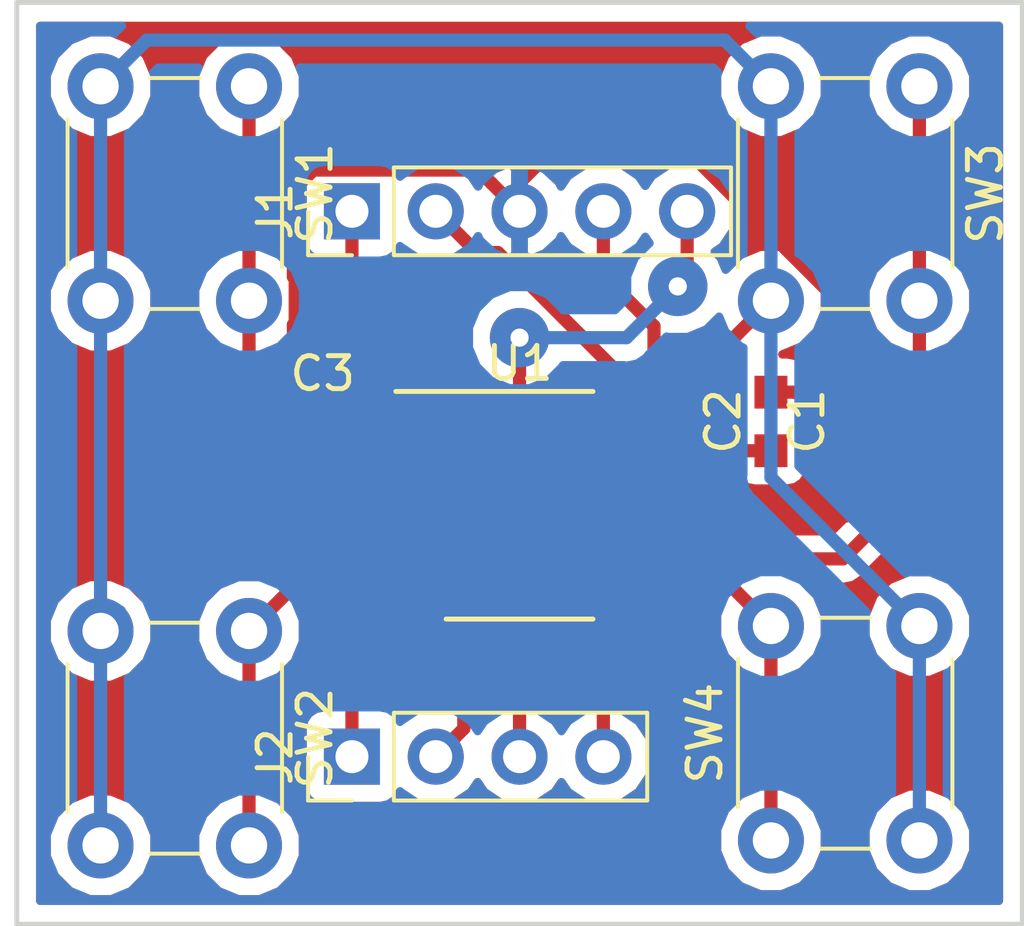
<source format=kicad_pcb>
(kicad_pcb (version 20171130) (host pcbnew "(5.0.0-rc2-dev-616-g2f5fdcf32)")

  (general
    (thickness 1.6)
    (drawings 4)
    (tracks 101)
    (zones 0)
    (modules 10)
    (nets 21)
  )

  (page A4)
  (layers
    (0 F.Cu signal)
    (31 B.Cu signal)
    (32 B.Adhes user)
    (33 F.Adhes user)
    (34 B.Paste user)
    (35 F.Paste user)
    (36 B.SilkS user)
    (37 F.SilkS user)
    (38 B.Mask user)
    (39 F.Mask user)
    (40 Dwgs.User user)
    (41 Cmts.User user)
    (42 Eco1.User user)
    (43 Eco2.User user)
    (44 Edge.Cuts user)
    (45 Margin user)
    (46 B.CrtYd user)
    (47 F.CrtYd user)
    (48 B.Fab user)
    (49 F.Fab user)
  )

  (setup
    (last_trace_width 0.4)
    (trace_clearance 0.2)
    (zone_clearance 0.508)
    (zone_45_only no)
    (trace_min 0.2)
    (segment_width 0.2)
    (edge_width 0.15)
    (via_size 1.8)
    (via_drill 0.55)
    (via_min_size 0.4)
    (via_min_drill 0.3)
    (uvia_size 0.3)
    (uvia_drill 0.1)
    (uvias_allowed no)
    (uvia_min_size 0.2)
    (uvia_min_drill 0.1)
    (pcb_text_width 0.3)
    (pcb_text_size 1.5 1.5)
    (mod_edge_width 0.15)
    (mod_text_size 1 1)
    (mod_text_width 0.15)
    (pad_size 1.524 1.524)
    (pad_drill 0.762)
    (pad_to_mask_clearance 0.2)
    (aux_axis_origin 0 0)
    (visible_elements FFFFFF7F)
    (pcbplotparams
      (layerselection 0x010fc_ffffffff)
      (usegerberextensions false)
      (usegerberattributes false)
      (usegerberadvancedattributes false)
      (creategerberjobfile false)
      (excludeedgelayer true)
      (linewidth 0.100000)
      (plotframeref false)
      (viasonmask false)
      (mode 1)
      (useauxorigin false)
      (hpglpennumber 1)
      (hpglpenspeed 20)
      (hpglpendiameter 15)
      (psnegative false)
      (psa4output false)
      (plotreference true)
      (plotvalue true)
      (plotinvisibletext false)
      (padsonsilk false)
      (subtractmaskfromsilk false)
      (outputformat 1)
      (mirror false)
      (drillshape 1)
      (scaleselection 1)
      (outputdirectory ""))
  )

  (net 0 "")
  (net 1 "Net-(U1-Pad1)")
  (net 2 VDD)
  (net 3 "Net-(U1-Pad3)")
  (net 4 GND)
  (net 5 "Net-(U1-Pad6)")
  (net 6 "Net-(U1-Pad17)")
  (net 7 "Net-(U1-Pad18)")
  (net 8 "Net-(J1-Pad2)")
  (net 9 "Net-(C1-Pad1)")
  (net 10 "Net-(U1-Pad2)")
  (net 11 "Net-(J2-Pad4)")
  (net 12 "Net-(J2-Pad3)")
  (net 13 "Net-(J1-Pad5)")
  (net 14 "Net-(J2-Pad1)")
  (net 15 "Net-(J2-Pad2)")
  (net 16 "Net-(J1-Pad4)")
  (net 17 "Net-(SW1-Pad1)")
  (net 18 "Net-(SW2-Pad1)")
  (net 19 "Net-(SW4-Pad1)")
  (net 20 "Net-(SW3-Pad1)")

  (net_class Default "This is the default net class."
    (clearance 0.2)
    (trace_width 0.4)
    (via_dia 1.8)
    (via_drill 0.55)
    (uvia_dia 0.3)
    (uvia_drill 0.1)
    (add_net GND)
    (add_net "Net-(C1-Pad1)")
    (add_net "Net-(J1-Pad2)")
    (add_net "Net-(J1-Pad4)")
    (add_net "Net-(J1-Pad5)")
    (add_net "Net-(J2-Pad1)")
    (add_net "Net-(J2-Pad2)")
    (add_net "Net-(J2-Pad3)")
    (add_net "Net-(J2-Pad4)")
    (add_net "Net-(SW1-Pad1)")
    (add_net "Net-(SW2-Pad1)")
    (add_net "Net-(SW3-Pad1)")
    (add_net "Net-(SW4-Pad1)")
    (add_net "Net-(U1-Pad1)")
    (add_net "Net-(U1-Pad17)")
    (add_net "Net-(U1-Pad18)")
    (add_net "Net-(U1-Pad2)")
    (add_net "Net-(U1-Pad3)")
    (add_net "Net-(U1-Pad6)")
    (add_net VDD)
  )

  (module Capacitor_SMD:C_0603_1608Metric_Pad0.99x1.00mm_HandSolder (layer F.Cu) (tedit 5AC5DB74) (tstamp 5AFC9CEF)
    (at 133.7325 139.7)
    (descr "Capacitor SMD 0603 (1608 Metric), square (rectangular) end terminal, IPC_7351 nominal with elongated pad for handsoldering. (Body size source: http://www.tortai-tech.com/upload/download/2011102023233369053.pdf), generated with kicad-footprint-generator")
    (tags "capacitor handsolder")
    (path /5AF03E07)
    (attr smd)
    (fp_text reference C3 (at 0 -1.45) (layer F.SilkS)
      (effects (font (size 1 1) (thickness 0.15)))
    )
    (fp_text value 10nF (at 0 1.45) (layer F.Fab)
      (effects (font (size 1 1) (thickness 0.15)))
    )
    (fp_line (start -0.8 0.4) (end -0.8 -0.4) (layer F.Fab) (width 0.1))
    (fp_line (start -0.8 -0.4) (end 0.8 -0.4) (layer F.Fab) (width 0.1))
    (fp_line (start 0.8 -0.4) (end 0.8 0.4) (layer F.Fab) (width 0.1))
    (fp_line (start 0.8 0.4) (end -0.8 0.4) (layer F.Fab) (width 0.1))
    (fp_line (start -1.64 0.75) (end -1.64 -0.75) (layer F.CrtYd) (width 0.05))
    (fp_line (start -1.64 -0.75) (end 1.64 -0.75) (layer F.CrtYd) (width 0.05))
    (fp_line (start 1.64 -0.75) (end 1.64 0.75) (layer F.CrtYd) (width 0.05))
    (fp_line (start 1.64 0.75) (end -1.64 0.75) (layer F.CrtYd) (width 0.05))
    (fp_text user %R (at 0 0) (layer F.Fab)
      (effects (font (size 0.4 0.4) (thickness 0.06)))
    )
    (pad 1 smd rect (at -0.8875 0) (size 0.995 1) (layers F.Cu F.Paste F.Mask)
      (net 4 GND))
    (pad 2 smd rect (at 0.8875 0) (size 0.995 1) (layers F.Cu F.Paste F.Mask)
      (net 2 VDD))
    (model ${KISYS3DMOD}/Capacitor_SMD.3dshapes/C_0603_1608Metric.wrl
      (at (xyz 0 0 0))
      (scale (xyz 1 1 1))
      (rotate (xyz 0 0 0))
    )
  )

  (module Button_Switch_THT:SW_PUSH_6mm (layer F.Cu) (tedit 5A02FE31) (tstamp 5AFC8E9D)
    (at 147.32 152.4 90)
    (descr https://www.omron.com/ecb/products/pdf/en-b3f.pdf)
    (tags "tact sw push 6mm")
    (path /5AF4D415)
    (fp_text reference SW4 (at 3.25 -2 90) (layer F.SilkS)
      (effects (font (size 1 1) (thickness 0.15)))
    )
    (fp_text value Btn4 (at 3.75 6.7 90) (layer F.Fab)
      (effects (font (size 1 1) (thickness 0.15)))
    )
    (fp_circle (center 3.25 2.25) (end 1.25 2.5) (layer F.Fab) (width 0.1))
    (fp_line (start 6.75 3) (end 6.75 1.5) (layer F.SilkS) (width 0.12))
    (fp_line (start 5.5 -1) (end 1 -1) (layer F.SilkS) (width 0.12))
    (fp_line (start -0.25 1.5) (end -0.25 3) (layer F.SilkS) (width 0.12))
    (fp_line (start 1 5.5) (end 5.5 5.5) (layer F.SilkS) (width 0.12))
    (fp_line (start 8 -1.25) (end 8 5.75) (layer F.CrtYd) (width 0.05))
    (fp_line (start 7.75 6) (end -1.25 6) (layer F.CrtYd) (width 0.05))
    (fp_line (start -1.5 5.75) (end -1.5 -1.25) (layer F.CrtYd) (width 0.05))
    (fp_line (start -1.25 -1.5) (end 7.75 -1.5) (layer F.CrtYd) (width 0.05))
    (fp_line (start -1.5 6) (end -1.25 6) (layer F.CrtYd) (width 0.05))
    (fp_line (start -1.5 5.75) (end -1.5 6) (layer F.CrtYd) (width 0.05))
    (fp_line (start -1.5 -1.5) (end -1.25 -1.5) (layer F.CrtYd) (width 0.05))
    (fp_line (start -1.5 -1.25) (end -1.5 -1.5) (layer F.CrtYd) (width 0.05))
    (fp_line (start 8 -1.5) (end 8 -1.25) (layer F.CrtYd) (width 0.05))
    (fp_line (start 7.75 -1.5) (end 8 -1.5) (layer F.CrtYd) (width 0.05))
    (fp_line (start 8 6) (end 8 5.75) (layer F.CrtYd) (width 0.05))
    (fp_line (start 7.75 6) (end 8 6) (layer F.CrtYd) (width 0.05))
    (fp_line (start 0.25 -0.75) (end 3.25 -0.75) (layer F.Fab) (width 0.1))
    (fp_line (start 0.25 5.25) (end 0.25 -0.75) (layer F.Fab) (width 0.1))
    (fp_line (start 6.25 5.25) (end 0.25 5.25) (layer F.Fab) (width 0.1))
    (fp_line (start 6.25 -0.75) (end 6.25 5.25) (layer F.Fab) (width 0.1))
    (fp_line (start 3.25 -0.75) (end 6.25 -0.75) (layer F.Fab) (width 0.1))
    (fp_text user %R (at 3.25 2.25 90) (layer F.Fab)
      (effects (font (size 1 1) (thickness 0.15)))
    )
    (pad 1 thru_hole circle (at 6.5 0 180) (size 2 2) (drill 1.1) (layers *.Cu *.Mask)
      (net 19 "Net-(SW4-Pad1)"))
    (pad 2 thru_hole circle (at 6.5 4.5 180) (size 2 2) (drill 1.1) (layers *.Cu *.Mask)
      (net 2 VDD))
    (pad 1 thru_hole circle (at 0 0 180) (size 2 2) (drill 1.1) (layers *.Cu *.Mask)
      (net 19 "Net-(SW4-Pad1)"))
    (pad 2 thru_hole circle (at 0 4.5 180) (size 2 2) (drill 1.1) (layers *.Cu *.Mask)
      (net 2 VDD))
    (model ${KISYS3DMOD}/Button_Switch_THT.3dshapes/SW_PUSH_6mm.wrl
      (at (xyz 0 0 0))
      (scale (xyz 1 1 1))
      (rotate (xyz 0 0 0))
    )
  )

  (module Button_Switch_THT:SW_PUSH_6mm (layer F.Cu) (tedit 5A02FE31) (tstamp 5AFC8E7E)
    (at 151.82 129.54 270)
    (descr https://www.omron.com/ecb/products/pdf/en-b3f.pdf)
    (tags "tact sw push 6mm")
    (path /5AF4D394)
    (fp_text reference SW3 (at 3.25 -2 270) (layer F.SilkS)
      (effects (font (size 1 1) (thickness 0.15)))
    )
    (fp_text value Btn3 (at 3.75 6.7 270) (layer F.Fab)
      (effects (font (size 1 1) (thickness 0.15)))
    )
    (fp_text user %R (at 3.25 2.25 270) (layer F.Fab)
      (effects (font (size 1 1) (thickness 0.15)))
    )
    (fp_line (start 3.25 -0.75) (end 6.25 -0.75) (layer F.Fab) (width 0.1))
    (fp_line (start 6.25 -0.75) (end 6.25 5.25) (layer F.Fab) (width 0.1))
    (fp_line (start 6.25 5.25) (end 0.25 5.25) (layer F.Fab) (width 0.1))
    (fp_line (start 0.25 5.25) (end 0.25 -0.75) (layer F.Fab) (width 0.1))
    (fp_line (start 0.25 -0.75) (end 3.25 -0.75) (layer F.Fab) (width 0.1))
    (fp_line (start 7.75 6) (end 8 6) (layer F.CrtYd) (width 0.05))
    (fp_line (start 8 6) (end 8 5.75) (layer F.CrtYd) (width 0.05))
    (fp_line (start 7.75 -1.5) (end 8 -1.5) (layer F.CrtYd) (width 0.05))
    (fp_line (start 8 -1.5) (end 8 -1.25) (layer F.CrtYd) (width 0.05))
    (fp_line (start -1.5 -1.25) (end -1.5 -1.5) (layer F.CrtYd) (width 0.05))
    (fp_line (start -1.5 -1.5) (end -1.25 -1.5) (layer F.CrtYd) (width 0.05))
    (fp_line (start -1.5 5.75) (end -1.5 6) (layer F.CrtYd) (width 0.05))
    (fp_line (start -1.5 6) (end -1.25 6) (layer F.CrtYd) (width 0.05))
    (fp_line (start -1.25 -1.5) (end 7.75 -1.5) (layer F.CrtYd) (width 0.05))
    (fp_line (start -1.5 5.75) (end -1.5 -1.25) (layer F.CrtYd) (width 0.05))
    (fp_line (start 7.75 6) (end -1.25 6) (layer F.CrtYd) (width 0.05))
    (fp_line (start 8 -1.25) (end 8 5.75) (layer F.CrtYd) (width 0.05))
    (fp_line (start 1 5.5) (end 5.5 5.5) (layer F.SilkS) (width 0.12))
    (fp_line (start -0.25 1.5) (end -0.25 3) (layer F.SilkS) (width 0.12))
    (fp_line (start 5.5 -1) (end 1 -1) (layer F.SilkS) (width 0.12))
    (fp_line (start 6.75 3) (end 6.75 1.5) (layer F.SilkS) (width 0.12))
    (fp_circle (center 3.25 2.25) (end 1.25 2.5) (layer F.Fab) (width 0.1))
    (pad 2 thru_hole circle (at 0 4.5) (size 2 2) (drill 1.1) (layers *.Cu *.Mask)
      (net 2 VDD))
    (pad 1 thru_hole circle (at 0 0) (size 2 2) (drill 1.1) (layers *.Cu *.Mask)
      (net 20 "Net-(SW3-Pad1)"))
    (pad 2 thru_hole circle (at 6.5 4.5) (size 2 2) (drill 1.1) (layers *.Cu *.Mask)
      (net 2 VDD))
    (pad 1 thru_hole circle (at 6.5 0) (size 2 2) (drill 1.1) (layers *.Cu *.Mask)
      (net 20 "Net-(SW3-Pad1)"))
    (model ${KISYS3DMOD}/Button_Switch_THT.3dshapes/SW_PUSH_6mm.wrl
      (at (xyz 0 0 0))
      (scale (xyz 1 1 1))
      (rotate (xyz 0 0 0))
    )
  )

  (module Button_Switch_THT:SW_PUSH_6mm (layer F.Cu) (tedit 5A02FE31) (tstamp 5AFC8E5F)
    (at 131.5 146.05 270)
    (descr https://www.omron.com/ecb/products/pdf/en-b3f.pdf)
    (tags "tact sw push 6mm")
    (path /5AF4D012)
    (fp_text reference SW2 (at 3.25 -2 270) (layer F.SilkS)
      (effects (font (size 1 1) (thickness 0.15)))
    )
    (fp_text value Btn2 (at 3.75 6.7 270) (layer F.Fab)
      (effects (font (size 1 1) (thickness 0.15)))
    )
    (fp_circle (center 3.25 2.25) (end 1.25 2.5) (layer F.Fab) (width 0.1))
    (fp_line (start 6.75 3) (end 6.75 1.5) (layer F.SilkS) (width 0.12))
    (fp_line (start 5.5 -1) (end 1 -1) (layer F.SilkS) (width 0.12))
    (fp_line (start -0.25 1.5) (end -0.25 3) (layer F.SilkS) (width 0.12))
    (fp_line (start 1 5.5) (end 5.5 5.5) (layer F.SilkS) (width 0.12))
    (fp_line (start 8 -1.25) (end 8 5.75) (layer F.CrtYd) (width 0.05))
    (fp_line (start 7.75 6) (end -1.25 6) (layer F.CrtYd) (width 0.05))
    (fp_line (start -1.5 5.75) (end -1.5 -1.25) (layer F.CrtYd) (width 0.05))
    (fp_line (start -1.25 -1.5) (end 7.75 -1.5) (layer F.CrtYd) (width 0.05))
    (fp_line (start -1.5 6) (end -1.25 6) (layer F.CrtYd) (width 0.05))
    (fp_line (start -1.5 5.75) (end -1.5 6) (layer F.CrtYd) (width 0.05))
    (fp_line (start -1.5 -1.5) (end -1.25 -1.5) (layer F.CrtYd) (width 0.05))
    (fp_line (start -1.5 -1.25) (end -1.5 -1.5) (layer F.CrtYd) (width 0.05))
    (fp_line (start 8 -1.5) (end 8 -1.25) (layer F.CrtYd) (width 0.05))
    (fp_line (start 7.75 -1.5) (end 8 -1.5) (layer F.CrtYd) (width 0.05))
    (fp_line (start 8 6) (end 8 5.75) (layer F.CrtYd) (width 0.05))
    (fp_line (start 7.75 6) (end 8 6) (layer F.CrtYd) (width 0.05))
    (fp_line (start 0.25 -0.75) (end 3.25 -0.75) (layer F.Fab) (width 0.1))
    (fp_line (start 0.25 5.25) (end 0.25 -0.75) (layer F.Fab) (width 0.1))
    (fp_line (start 6.25 5.25) (end 0.25 5.25) (layer F.Fab) (width 0.1))
    (fp_line (start 6.25 -0.75) (end 6.25 5.25) (layer F.Fab) (width 0.1))
    (fp_line (start 3.25 -0.75) (end 6.25 -0.75) (layer F.Fab) (width 0.1))
    (fp_text user %R (at 3.25 2.25 270) (layer F.Fab)
      (effects (font (size 1 1) (thickness 0.15)))
    )
    (pad 1 thru_hole circle (at 6.5 0) (size 2 2) (drill 1.1) (layers *.Cu *.Mask)
      (net 18 "Net-(SW2-Pad1)"))
    (pad 2 thru_hole circle (at 6.5 4.5) (size 2 2) (drill 1.1) (layers *.Cu *.Mask)
      (net 2 VDD))
    (pad 1 thru_hole circle (at 0 0) (size 2 2) (drill 1.1) (layers *.Cu *.Mask)
      (net 18 "Net-(SW2-Pad1)"))
    (pad 2 thru_hole circle (at 0 4.5) (size 2 2) (drill 1.1) (layers *.Cu *.Mask)
      (net 2 VDD))
    (model ${KISYS3DMOD}/Button_Switch_THT.3dshapes/SW_PUSH_6mm.wrl
      (at (xyz 0 0 0))
      (scale (xyz 1 1 1))
      (rotate (xyz 0 0 0))
    )
  )

  (module Button_Switch_THT:SW_PUSH_6mm (layer F.Cu) (tedit 5A02FE31) (tstamp 5AFC9A12)
    (at 131.5 129.54 270)
    (descr https://www.omron.com/ecb/products/pdf/en-b3f.pdf)
    (tags "tact sw push 6mm")
    (path /5AF4CEA9)
    (fp_text reference SW1 (at 3.25 -2 270) (layer F.SilkS)
      (effects (font (size 1 1) (thickness 0.15)))
    )
    (fp_text value Btn1 (at 3.75 6.7 270) (layer F.Fab)
      (effects (font (size 1 1) (thickness 0.15)))
    )
    (fp_text user %R (at 3.25 2.25 270) (layer F.Fab)
      (effects (font (size 1 1) (thickness 0.15)))
    )
    (fp_line (start 3.25 -0.75) (end 6.25 -0.75) (layer F.Fab) (width 0.1))
    (fp_line (start 6.25 -0.75) (end 6.25 5.25) (layer F.Fab) (width 0.1))
    (fp_line (start 6.25 5.25) (end 0.25 5.25) (layer F.Fab) (width 0.1))
    (fp_line (start 0.25 5.25) (end 0.25 -0.75) (layer F.Fab) (width 0.1))
    (fp_line (start 0.25 -0.75) (end 3.25 -0.75) (layer F.Fab) (width 0.1))
    (fp_line (start 7.75 6) (end 8 6) (layer F.CrtYd) (width 0.05))
    (fp_line (start 8 6) (end 8 5.75) (layer F.CrtYd) (width 0.05))
    (fp_line (start 7.75 -1.5) (end 8 -1.5) (layer F.CrtYd) (width 0.05))
    (fp_line (start 8 -1.5) (end 8 -1.25) (layer F.CrtYd) (width 0.05))
    (fp_line (start -1.5 -1.25) (end -1.5 -1.5) (layer F.CrtYd) (width 0.05))
    (fp_line (start -1.5 -1.5) (end -1.25 -1.5) (layer F.CrtYd) (width 0.05))
    (fp_line (start -1.5 5.75) (end -1.5 6) (layer F.CrtYd) (width 0.05))
    (fp_line (start -1.5 6) (end -1.25 6) (layer F.CrtYd) (width 0.05))
    (fp_line (start -1.25 -1.5) (end 7.75 -1.5) (layer F.CrtYd) (width 0.05))
    (fp_line (start -1.5 5.75) (end -1.5 -1.25) (layer F.CrtYd) (width 0.05))
    (fp_line (start 7.75 6) (end -1.25 6) (layer F.CrtYd) (width 0.05))
    (fp_line (start 8 -1.25) (end 8 5.75) (layer F.CrtYd) (width 0.05))
    (fp_line (start 1 5.5) (end 5.5 5.5) (layer F.SilkS) (width 0.12))
    (fp_line (start -0.25 1.5) (end -0.25 3) (layer F.SilkS) (width 0.12))
    (fp_line (start 5.5 -1) (end 1 -1) (layer F.SilkS) (width 0.12))
    (fp_line (start 6.75 3) (end 6.75 1.5) (layer F.SilkS) (width 0.12))
    (fp_circle (center 3.25 2.25) (end 1.25 2.5) (layer F.Fab) (width 0.1))
    (pad 2 thru_hole circle (at 0 4.5) (size 2 2) (drill 1.1) (layers *.Cu *.Mask)
      (net 2 VDD))
    (pad 1 thru_hole circle (at 0 0) (size 2 2) (drill 1.1) (layers *.Cu *.Mask)
      (net 17 "Net-(SW1-Pad1)"))
    (pad 2 thru_hole circle (at 6.5 4.5) (size 2 2) (drill 1.1) (layers *.Cu *.Mask)
      (net 2 VDD))
    (pad 1 thru_hole circle (at 6.5 0) (size 2 2) (drill 1.1) (layers *.Cu *.Mask)
      (net 17 "Net-(SW1-Pad1)"))
    (model ${KISYS3DMOD}/Button_Switch_THT.3dshapes/SW_PUSH_6mm.wrl
      (at (xyz 0 0 0))
      (scale (xyz 1 1 1))
      (rotate (xyz 0 0 0))
    )
  )

  (module Capacitor_SMD:C_0603_1608Metric_Pad0.99x1.00mm_HandSolder (layer F.Cu) (tedit 5AC5DB74) (tstamp 5AF7E97B)
    (at 147.32 139.7 90)
    (descr "Capacitor SMD 0603 (1608 Metric), square (rectangular) end terminal, IPC_7351 nominal with elongated pad for handsoldering. (Body size source: http://www.tortai-tech.com/upload/download/2011102023233369053.pdf), generated with kicad-footprint-generator")
    (tags "capacitor handsolder")
    (path /5AF03B4F)
    (attr smd)
    (fp_text reference C2 (at 0 -1.45 90) (layer F.SilkS)
      (effects (font (size 1 1) (thickness 0.15)))
    )
    (fp_text value 100nF (at 0 1.45 90) (layer F.Fab)
      (effects (font (size 1 1) (thickness 0.15)))
    )
    (fp_text user %R (at 0 0 90) (layer F.Fab)
      (effects (font (size 0.4 0.4) (thickness 0.06)))
    )
    (fp_line (start 1.64 0.75) (end -1.64 0.75) (layer F.CrtYd) (width 0.05))
    (fp_line (start 1.64 -0.75) (end 1.64 0.75) (layer F.CrtYd) (width 0.05))
    (fp_line (start -1.64 -0.75) (end 1.64 -0.75) (layer F.CrtYd) (width 0.05))
    (fp_line (start -1.64 0.75) (end -1.64 -0.75) (layer F.CrtYd) (width 0.05))
    (fp_line (start 0.8 0.4) (end -0.8 0.4) (layer F.Fab) (width 0.1))
    (fp_line (start 0.8 -0.4) (end 0.8 0.4) (layer F.Fab) (width 0.1))
    (fp_line (start -0.8 -0.4) (end 0.8 -0.4) (layer F.Fab) (width 0.1))
    (fp_line (start -0.8 0.4) (end -0.8 -0.4) (layer F.Fab) (width 0.1))
    (pad 2 smd rect (at 0.8875 0 90) (size 0.995 1) (layers F.Cu F.Paste F.Mask)
      (net 9 "Net-(C1-Pad1)"))
    (pad 1 smd rect (at -0.8875 0 90) (size 0.995 1) (layers F.Cu F.Paste F.Mask)
      (net 2 VDD))
    (model ${KISYS3DMOD}/Capacitor_SMD.3dshapes/C_0603_1608Metric.wrl
      (at (xyz 0 0 0))
      (scale (xyz 1 1 1))
      (rotate (xyz 0 0 0))
    )
  )

  (module Capacitor_SMD:C_0603_1608Metric_Pad0.99x1.00mm_HandSolder (layer F.Cu) (tedit 5AC5DB74) (tstamp 5AFC9B7C)
    (at 149.86 139.7 90)
    (descr "Capacitor SMD 0603 (1608 Metric), square (rectangular) end terminal, IPC_7351 nominal with elongated pad for handsoldering. (Body size source: http://www.tortai-tech.com/upload/download/2011102023233369053.pdf), generated with kicad-footprint-generator")
    (tags "capacitor handsolder")
    (path /5AF03BE4)
    (attr smd)
    (fp_text reference C1 (at 0 -1.45 90) (layer F.SilkS)
      (effects (font (size 1 1) (thickness 0.15)))
    )
    (fp_text value 100nF (at 0 1.45 90) (layer F.Fab)
      (effects (font (size 1 1) (thickness 0.15)))
    )
    (fp_line (start -0.8 0.4) (end -0.8 -0.4) (layer F.Fab) (width 0.1))
    (fp_line (start -0.8 -0.4) (end 0.8 -0.4) (layer F.Fab) (width 0.1))
    (fp_line (start 0.8 -0.4) (end 0.8 0.4) (layer F.Fab) (width 0.1))
    (fp_line (start 0.8 0.4) (end -0.8 0.4) (layer F.Fab) (width 0.1))
    (fp_line (start -1.64 0.75) (end -1.64 -0.75) (layer F.CrtYd) (width 0.05))
    (fp_line (start -1.64 -0.75) (end 1.64 -0.75) (layer F.CrtYd) (width 0.05))
    (fp_line (start 1.64 -0.75) (end 1.64 0.75) (layer F.CrtYd) (width 0.05))
    (fp_line (start 1.64 0.75) (end -1.64 0.75) (layer F.CrtYd) (width 0.05))
    (fp_text user %R (at 0 0 90) (layer F.Fab)
      (effects (font (size 0.4 0.4) (thickness 0.06)))
    )
    (pad 1 smd rect (at -0.8875 0 90) (size 0.995 1) (layers F.Cu F.Paste F.Mask)
      (net 9 "Net-(C1-Pad1)"))
    (pad 2 smd rect (at 0.8875 0 90) (size 0.995 1) (layers F.Cu F.Paste F.Mask)
      (net 4 GND))
    (model ${KISYS3DMOD}/Capacitor_SMD.3dshapes/C_0603_1608Metric.wrl
      (at (xyz 0 0 0))
      (scale (xyz 1 1 1))
      (rotate (xyz 0 0 0))
    )
  )

  (module Connector_PinHeader_2.54mm:PinHeader_1x04_P2.54mm_Vertical (layer F.Cu) (tedit 59FED5CC) (tstamp 5AF7E9AE)
    (at 134.62 149.86 90)
    (descr "Through hole straight pin header, 1x04, 2.54mm pitch, single row")
    (tags "Through hole pin header THT 1x04 2.54mm single row")
    (path /5AF32062)
    (fp_text reference J2 (at 0 -2.33 90) (layer F.SilkS)
      (effects (font (size 1 1) (thickness 0.15)))
    )
    (fp_text value PicoTalk (at 0 9.95 90) (layer F.Fab)
      (effects (font (size 1 1) (thickness 0.15)))
    )
    (fp_line (start -0.635 -1.27) (end 1.27 -1.27) (layer F.Fab) (width 0.1))
    (fp_line (start 1.27 -1.27) (end 1.27 8.89) (layer F.Fab) (width 0.1))
    (fp_line (start 1.27 8.89) (end -1.27 8.89) (layer F.Fab) (width 0.1))
    (fp_line (start -1.27 8.89) (end -1.27 -0.635) (layer F.Fab) (width 0.1))
    (fp_line (start -1.27 -0.635) (end -0.635 -1.27) (layer F.Fab) (width 0.1))
    (fp_line (start -1.33 8.95) (end 1.33 8.95) (layer F.SilkS) (width 0.12))
    (fp_line (start -1.33 1.27) (end -1.33 8.95) (layer F.SilkS) (width 0.12))
    (fp_line (start 1.33 1.27) (end 1.33 8.95) (layer F.SilkS) (width 0.12))
    (fp_line (start -1.33 1.27) (end 1.33 1.27) (layer F.SilkS) (width 0.12))
    (fp_line (start -1.33 0) (end -1.33 -1.33) (layer F.SilkS) (width 0.12))
    (fp_line (start -1.33 -1.33) (end 0 -1.33) (layer F.SilkS) (width 0.12))
    (fp_line (start -1.8 -1.8) (end -1.8 9.4) (layer F.CrtYd) (width 0.05))
    (fp_line (start -1.8 9.4) (end 1.8 9.4) (layer F.CrtYd) (width 0.05))
    (fp_line (start 1.8 9.4) (end 1.8 -1.8) (layer F.CrtYd) (width 0.05))
    (fp_line (start 1.8 -1.8) (end -1.8 -1.8) (layer F.CrtYd) (width 0.05))
    (fp_text user %R (at 0 3.81 180) (layer F.Fab)
      (effects (font (size 1 1) (thickness 0.15)))
    )
    (pad 1 thru_hole rect (at 0 0 90) (size 1.7 1.7) (drill 1) (layers *.Cu *.Mask)
      (net 14 "Net-(J2-Pad1)"))
    (pad 2 thru_hole oval (at 0 2.54 90) (size 1.7 1.7) (drill 1) (layers *.Cu *.Mask)
      (net 15 "Net-(J2-Pad2)"))
    (pad 3 thru_hole oval (at 0 5.08 90) (size 1.7 1.7) (drill 1) (layers *.Cu *.Mask)
      (net 12 "Net-(J2-Pad3)"))
    (pad 4 thru_hole oval (at 0 7.62 90) (size 1.7 1.7) (drill 1) (layers *.Cu *.Mask)
      (net 11 "Net-(J2-Pad4)"))
    (model ${KISYS3DMOD}/Connector_PinHeader_2.54mm.3dshapes/PinHeader_1x04_P2.54mm_Vertical.wrl
      (at (xyz 0 0 0))
      (scale (xyz 1 1 1))
      (rotate (xyz 0 0 0))
    )
  )

  (module Connector_PinHeader_2.54mm:PinHeader_1x05_P2.54mm_Vertical (layer F.Cu) (tedit 59FED5CC) (tstamp 5AF7E913)
    (at 134.62 133.33 90)
    (descr "Through hole straight pin header, 1x05, 2.54mm pitch, single row")
    (tags "Through hole pin header THT 1x05 2.54mm single row")
    (path /5AF31E07)
    (fp_text reference J1 (at 0 -2.33 90) (layer F.SilkS)
      (effects (font (size 1 1) (thickness 0.15)))
    )
    (fp_text value STM32_SWD (at 0 12.49 90) (layer F.Fab)
      (effects (font (size 1 1) (thickness 0.15)))
    )
    (fp_line (start -0.635 -1.27) (end 1.27 -1.27) (layer F.Fab) (width 0.1))
    (fp_line (start 1.27 -1.27) (end 1.27 11.43) (layer F.Fab) (width 0.1))
    (fp_line (start 1.27 11.43) (end -1.27 11.43) (layer F.Fab) (width 0.1))
    (fp_line (start -1.27 11.43) (end -1.27 -0.635) (layer F.Fab) (width 0.1))
    (fp_line (start -1.27 -0.635) (end -0.635 -1.27) (layer F.Fab) (width 0.1))
    (fp_line (start -1.33 11.49) (end 1.33 11.49) (layer F.SilkS) (width 0.12))
    (fp_line (start -1.33 1.27) (end -1.33 11.49) (layer F.SilkS) (width 0.12))
    (fp_line (start 1.33 1.27) (end 1.33 11.49) (layer F.SilkS) (width 0.12))
    (fp_line (start -1.33 1.27) (end 1.33 1.27) (layer F.SilkS) (width 0.12))
    (fp_line (start -1.33 0) (end -1.33 -1.33) (layer F.SilkS) (width 0.12))
    (fp_line (start -1.33 -1.33) (end 0 -1.33) (layer F.SilkS) (width 0.12))
    (fp_line (start -1.8 -1.8) (end -1.8 11.95) (layer F.CrtYd) (width 0.05))
    (fp_line (start -1.8 11.95) (end 1.8 11.95) (layer F.CrtYd) (width 0.05))
    (fp_line (start 1.8 11.95) (end 1.8 -1.8) (layer F.CrtYd) (width 0.05))
    (fp_line (start 1.8 -1.8) (end -1.8 -1.8) (layer F.CrtYd) (width 0.05))
    (fp_text user %R (at 0 5.08 180) (layer F.Fab)
      (effects (font (size 1 1) (thickness 0.15)))
    )
    (pad 1 thru_hole rect (at 0 0 90) (size 1.7 1.7) (drill 1) (layers *.Cu *.Mask)
      (net 2 VDD))
    (pad 2 thru_hole oval (at 0 2.54 90) (size 1.7 1.7) (drill 1) (layers *.Cu *.Mask)
      (net 8 "Net-(J1-Pad2)"))
    (pad 3 thru_hole oval (at 0 5.08 90) (size 1.7 1.7) (drill 1) (layers *.Cu *.Mask)
      (net 4 GND))
    (pad 4 thru_hole oval (at 0 7.62 90) (size 1.7 1.7) (drill 1) (layers *.Cu *.Mask)
      (net 16 "Net-(J1-Pad4)"))
    (pad 5 thru_hole oval (at 0 10.16 90) (size 1.7 1.7) (drill 1) (layers *.Cu *.Mask)
      (net 13 "Net-(J1-Pad5)"))
    (model ${KISYS3DMOD}/Connector_PinHeader_2.54mm.3dshapes/PinHeader_1x05_P2.54mm_Vertical.wrl
      (at (xyz 0 0 0))
      (scale (xyz 1 1 1))
      (rotate (xyz 0 0 0))
    )
  )

  (module Package_SO:TSSOP-20_4.4x6.5mm_P0.65mm (layer F.Cu) (tedit 5A02F25C) (tstamp 5AF7E9FF)
    (at 139.7 142.24)
    (descr "20-Lead Plastic Thin Shrink Small Outline (ST)-4.4 mm Body [TSSOP] (see Microchip Packaging Specification 00000049BS.pdf)")
    (tags "SSOP 0.65")
    (path /5AF03934)
    (attr smd)
    (fp_text reference U1 (at 0 -4.3) (layer F.SilkS)
      (effects (font (size 1 1) (thickness 0.15)))
    )
    (fp_text value STM32F030F4Px (at 0 4.3) (layer F.Fab)
      (effects (font (size 1 1) (thickness 0.15)))
    )
    (fp_line (start -1.2 -3.25) (end 2.2 -3.25) (layer F.Fab) (width 0.15))
    (fp_line (start 2.2 -3.25) (end 2.2 3.25) (layer F.Fab) (width 0.15))
    (fp_line (start 2.2 3.25) (end -2.2 3.25) (layer F.Fab) (width 0.15))
    (fp_line (start -2.2 3.25) (end -2.2 -2.25) (layer F.Fab) (width 0.15))
    (fp_line (start -2.2 -2.25) (end -1.2 -3.25) (layer F.Fab) (width 0.15))
    (fp_line (start -3.95 -3.55) (end -3.95 3.55) (layer F.CrtYd) (width 0.05))
    (fp_line (start 3.95 -3.55) (end 3.95 3.55) (layer F.CrtYd) (width 0.05))
    (fp_line (start -3.95 -3.55) (end 3.95 -3.55) (layer F.CrtYd) (width 0.05))
    (fp_line (start -3.95 3.55) (end 3.95 3.55) (layer F.CrtYd) (width 0.05))
    (fp_line (start -2.225 3.45) (end 2.225 3.45) (layer F.SilkS) (width 0.15))
    (fp_line (start -3.75 -3.45) (end 2.225 -3.45) (layer F.SilkS) (width 0.15))
    (fp_text user %R (at 0 0) (layer F.Fab)
      (effects (font (size 0.8 0.8) (thickness 0.15)))
    )
    (pad 1 smd rect (at -2.95 -2.925) (size 1.45 0.45) (layers F.Cu F.Paste F.Mask)
      (net 1 "Net-(U1-Pad1)"))
    (pad 2 smd rect (at -2.95 -2.275) (size 1.45 0.45) (layers F.Cu F.Paste F.Mask)
      (net 10 "Net-(U1-Pad2)"))
    (pad 3 smd rect (at -2.95 -1.625) (size 1.45 0.45) (layers F.Cu F.Paste F.Mask)
      (net 3 "Net-(U1-Pad3)"))
    (pad 4 smd rect (at -2.95 -0.975) (size 1.45 0.45) (layers F.Cu F.Paste F.Mask)
      (net 13 "Net-(J1-Pad5)"))
    (pad 5 smd rect (at -2.95 -0.325) (size 1.45 0.45) (layers F.Cu F.Paste F.Mask)
      (net 2 VDD))
    (pad 6 smd rect (at -2.95 0.325) (size 1.45 0.45) (layers F.Cu F.Paste F.Mask)
      (net 5 "Net-(U1-Pad6)"))
    (pad 7 smd rect (at -2.95 0.975) (size 1.45 0.45) (layers F.Cu F.Paste F.Mask)
      (net 15 "Net-(J2-Pad2)"))
    (pad 8 smd rect (at -2.95 1.625) (size 1.45 0.45) (layers F.Cu F.Paste F.Mask)
      (net 17 "Net-(SW1-Pad1)"))
    (pad 9 smd rect (at -2.95 2.275) (size 1.45 0.45) (layers F.Cu F.Paste F.Mask)
      (net 18 "Net-(SW2-Pad1)"))
    (pad 10 smd rect (at -2.95 2.925) (size 1.45 0.45) (layers F.Cu F.Paste F.Mask)
      (net 14 "Net-(J2-Pad1)"))
    (pad 11 smd rect (at 2.95 2.925) (size 1.45 0.45) (layers F.Cu F.Paste F.Mask)
      (net 11 "Net-(J2-Pad4)"))
    (pad 12 smd rect (at 2.95 2.275) (size 1.45 0.45) (layers F.Cu F.Paste F.Mask)
      (net 19 "Net-(SW4-Pad1)"))
    (pad 13 smd rect (at 2.95 1.625) (size 1.45 0.45) (layers F.Cu F.Paste F.Mask)
      (net 20 "Net-(SW3-Pad1)"))
    (pad 14 smd rect (at 2.95 0.975) (size 1.45 0.45) (layers F.Cu F.Paste F.Mask)
      (net 12 "Net-(J2-Pad3)"))
    (pad 15 smd rect (at 2.95 0.325) (size 1.45 0.45) (layers F.Cu F.Paste F.Mask)
      (net 4 GND))
    (pad 16 smd rect (at 2.95 -0.325) (size 1.45 0.45) (layers F.Cu F.Paste F.Mask)
      (net 2 VDD))
    (pad 17 smd rect (at 2.95 -0.975) (size 1.45 0.45) (layers F.Cu F.Paste F.Mask)
      (net 6 "Net-(U1-Pad17)"))
    (pad 18 smd rect (at 2.95 -1.625) (size 1.45 0.45) (layers F.Cu F.Paste F.Mask)
      (net 7 "Net-(U1-Pad18)"))
    (pad 19 smd rect (at 2.95 -2.275) (size 1.45 0.45) (layers F.Cu F.Paste F.Mask)
      (net 16 "Net-(J1-Pad4)"))
    (pad 20 smd rect (at 2.95 -2.925) (size 1.45 0.45) (layers F.Cu F.Paste F.Mask)
      (net 8 "Net-(J1-Pad2)"))
    (model ${KISYS3DMOD}/Package_SO.3dshapes/TSSOP-20_4.4x6.5mm_P0.65mm.wrl
      (at (xyz 0 0 0))
      (scale (xyz 1 1 1))
      (rotate (xyz 0 0 0))
    )
  )

  (gr_line (start 124.46 154.94) (end 124.46 127) (layer Edge.Cuts) (width 0.15))
  (gr_line (start 154.94 154.94) (end 124.46 154.94) (layer Edge.Cuts) (width 0.15))
  (gr_line (start 154.94 127) (end 154.94 154.94) (layer Edge.Cuts) (width 0.15))
  (gr_line (start 124.46 127) (end 154.94 127) (layer Edge.Cuts) (width 0.15))

  (segment (start 136.75 141.915) (end 142.65 141.915) (width 0.4) (layer F.Cu) (net 2))
  (segment (start 142.65 141.890001) (end 142.65 141.915) (width 0.4) (layer F.Cu) (net 2))
  (segment (start 127.58 145.47) (end 127 146.05) (width 0.4) (layer B.Cu) (net 2))
  (segment (start 127 152.55) (end 127 146.05) (width 0.4) (layer B.Cu) (net 2))
  (segment (start 145.0925 141.915) (end 143.775 141.915) (width 0.4) (layer F.Cu) (net 2))
  (segment (start 143.775 141.915) (end 142.65 141.915) (width 0.4) (layer F.Cu) (net 2))
  (segment (start 146.42 140.5875) (end 145.0925 141.915) (width 0.4) (layer F.Cu) (net 2))
  (segment (start 147.32 140.5875) (end 146.42 140.5875) (width 0.4) (layer F.Cu) (net 2))
  (segment (start 147.32 129.54) (end 147.32 136.04) (width 0.4) (layer B.Cu) (net 2))
  (segment (start 147.32 141.4) (end 151.82 145.9) (width 0.4) (layer B.Cu) (net 2))
  (segment (start 147.32 136.04) (end 147.32 141.4) (width 0.4) (layer B.Cu) (net 2))
  (segment (start 151.82 147.314213) (end 151.82 152.4) (width 0.4) (layer B.Cu) (net 2))
  (segment (start 151.82 145.9) (end 151.82 147.314213) (width 0.4) (layer B.Cu) (net 2))
  (segment (start 127 136.04) (end 127 146.05) (width 0.4) (layer B.Cu) (net 2))
  (segment (start 128.400001 128.139999) (end 127 129.54) (width 0.4) (layer B.Cu) (net 2))
  (segment (start 147.32 129.54) (end 145.919999 128.139999) (width 0.4) (layer B.Cu) (net 2))
  (segment (start 145.919999 128.139999) (end 128.400001 128.139999) (width 0.4) (layer B.Cu) (net 2))
  (segment (start 127 129.54) (end 127 136.04) (width 0.4) (layer B.Cu) (net 2))
  (segment (start 144.78 138.58) (end 147.32 136.04) (width 0.4) (layer F.Cu) (net 2))
  (segment (start 143.775 141.915) (end 144.78 140.91) (width 0.4) (layer F.Cu) (net 2))
  (segment (start 144.78 140.91) (end 144.78 138.58) (width 0.4) (layer F.Cu) (net 2))
  (segment (start 135.625 141.915) (end 136.75 141.915) (width 0.4) (layer F.Cu) (net 2))
  (segment (start 134.62 140.91) (end 135.625 141.915) (width 0.4) (layer F.Cu) (net 2))
  (segment (start 134.62 139.7) (end 134.62 140.91) (width 0.4) (layer F.Cu) (net 2))
  (segment (start 134.62 139.7) (end 134.62 133.33) (width 0.4) (layer F.Cu) (net 2))
  (segment (start 139.7 132.4625) (end 141.3525 130.81) (width 0.4) (layer F.Cu) (net 4) (tstamp 5AFC9935))
  (segment (start 139.7 133.33) (end 139.7 132.4625) (width 0.4) (layer F.Cu) (net 4))
  (segment (start 144.110002 130.81) (end 141.3525 130.81) (width 0.4) (layer F.Cu) (net 4))
  (segment (start 149.86 136.559998) (end 144.110002 130.81) (width 0.4) (layer F.Cu) (net 4))
  (segment (start 149.86 138.8125) (end 149.86 136.559998) (width 0.4) (layer F.Cu) (net 4))
  (segment (start 149.600002 142.565) (end 143.775 142.565) (width 0.4) (layer F.Cu) (net 4))
  (segment (start 151.13 141.035002) (end 149.600002 142.565) (width 0.4) (layer F.Cu) (net 4))
  (segment (start 151.13 139.1825) (end 151.13 141.035002) (width 0.4) (layer F.Cu) (net 4))
  (segment (start 150.76 138.8125) (end 151.13 139.1825) (width 0.4) (layer F.Cu) (net 4))
  (segment (start 143.775 142.565) (end 142.65 142.565) (width 0.4) (layer F.Cu) (net 4))
  (segment (start 149.86 138.8125) (end 150.76 138.8125) (width 0.4) (layer F.Cu) (net 4))
  (segment (start 138.850001 132.480001) (end 139.7 133.33) (width 0.4) (layer F.Cu) (net 4))
  (segment (start 133.449999 132.079999) (end 138.449999 132.079999) (width 0.4) (layer F.Cu) (net 4))
  (segment (start 132.845 136.767002) (end 132.900001 136.712001) (width 0.4) (layer F.Cu) (net 4))
  (segment (start 132.845 132.684998) (end 133.449999 132.079999) (width 0.4) (layer F.Cu) (net 4))
  (segment (start 132.845 139.7) (end 132.845 136.767002) (width 0.4) (layer F.Cu) (net 4))
  (segment (start 132.900001 136.712001) (end 132.900001 135.367999) (width 0.4) (layer F.Cu) (net 4))
  (segment (start 138.449999 132.079999) (end 138.850001 132.480001) (width 0.4) (layer F.Cu) (net 4))
  (segment (start 132.900001 135.367999) (end 132.845 135.312998) (width 0.4) (layer F.Cu) (net 4))
  (segment (start 132.845 135.312998) (end 132.845 132.684998) (width 0.4) (layer F.Cu) (net 4))
  (segment (start 142.65 138.69) (end 142.65 139.315) (width 0.4) (layer F.Cu) (net 8))
  (segment (start 139.044003 134.580001) (end 142.65 138.185998) (width 0.4) (layer F.Cu) (net 8))
  (segment (start 142.65 138.185998) (end 142.65 138.69) (width 0.4) (layer F.Cu) (net 8))
  (segment (start 138.410001 134.580001) (end 139.044003 134.580001) (width 0.4) (layer F.Cu) (net 8))
  (segment (start 137.16 133.33) (end 138.410001 134.580001) (width 0.4) (layer F.Cu) (net 8))
  (segment (start 148.085 138.8125) (end 149.86 140.5875) (width 0.4) (layer F.Cu) (net 9))
  (segment (start 147.32 138.8125) (end 148.085 138.8125) (width 0.4) (layer F.Cu) (net 9))
  (segment (start 142.24 148.657919) (end 142.24 149.86) (width 0.4) (layer F.Cu) (net 11))
  (segment (start 142.24 145.55) (end 142.24 148.657919) (width 0.4) (layer F.Cu) (net 11))
  (segment (start 142.625 145.165) (end 142.24 145.55) (width 0.4) (layer F.Cu) (net 11))
  (segment (start 142.65 145.165) (end 142.625 145.165) (width 0.4) (layer F.Cu) (net 11))
  (segment (start 139.7 148.657919) (end 139.7 149.86) (width 0.4) (layer F.Cu) (net 12))
  (segment (start 139.7 145.04) (end 139.7 148.657919) (width 0.4) (layer F.Cu) (net 12))
  (segment (start 141.525 143.215) (end 139.7 145.04) (width 0.4) (layer F.Cu) (net 12))
  (segment (start 142.65 143.215) (end 141.525 143.215) (width 0.4) (layer F.Cu) (net 12))
  (segment (start 136.75 141.265) (end 137.875 141.265) (width 0.4) (layer F.Cu) (net 13))
  (segment (start 137.875 141.265) (end 139.7 139.44) (width 0.4) (layer F.Cu) (net 13))
  (segment (start 139.7 138.432792) (end 139.7 137.16) (width 0.4) (layer F.Cu) (net 13))
  (via (at 139.7 137.16) (size 1.8) (drill 0.55) (layers F.Cu B.Cu) (net 13))
  (segment (start 139.7 139.44) (end 139.7 138.432792) (width 0.4) (layer F.Cu) (net 13))
  (segment (start 139.7 137.16) (end 142.941508 137.16) (width 0.4) (layer B.Cu) (net 13))
  (segment (start 142.941508 137.16) (end 143.5957 136.505808) (width 0.4) (layer B.Cu) (net 13))
  (segment (start 144.78 135.321508) (end 144.495699 135.605809) (width 0.4) (layer F.Cu) (net 13))
  (segment (start 143.5957 136.505808) (end 144.495699 135.605809) (width 0.4) (layer B.Cu) (net 13))
  (via (at 144.495699 135.605809) (size 1.8) (drill 0.55) (layers F.Cu B.Cu) (net 13))
  (segment (start 144.78 133.33) (end 144.78 135.321508) (width 0.4) (layer F.Cu) (net 13))
  (segment (start 134.62 148.61) (end 134.62 149.86) (width 0.4) (layer F.Cu) (net 14))
  (segment (start 134.62 146.795) (end 134.62 148.61) (width 0.4) (layer F.Cu) (net 14))
  (segment (start 136.25 145.165) (end 134.62 146.795) (width 0.4) (layer F.Cu) (net 14))
  (segment (start 136.75 145.165) (end 136.25 145.165) (width 0.4) (layer F.Cu) (net 14))
  (segment (start 138.009999 149.010001) (end 137.16 149.86) (width 0.4) (layer F.Cu) (net 15))
  (segment (start 138.009999 143.349999) (end 138.009999 149.010001) (width 0.4) (layer F.Cu) (net 15))
  (segment (start 137.875001 143.215001) (end 138.009999 143.349999) (width 0.4) (layer F.Cu) (net 15))
  (segment (start 136.75 143.215) (end 137.875001 143.215001) (width 0.4) (layer F.Cu) (net 15))
  (segment (start 143.775 139.856458) (end 143.666458 139.965) (width 0.4) (layer F.Cu) (net 16))
  (segment (start 143.666458 139.965) (end 142.65 139.965) (width 0.4) (layer F.Cu) (net 16))
  (segment (start 142.24 133.33) (end 142.24 135.274002) (width 0.4) (layer F.Cu) (net 16))
  (segment (start 143.775001 136.809003) (end 143.775 139.856458) (width 0.4) (layer F.Cu) (net 16))
  (segment (start 142.24 135.274002) (end 143.775001 136.809003) (width 0.4) (layer F.Cu) (net 16))
  (segment (start 131.5 140.455002) (end 131.5 137.454213) (width 0.4) (layer F.Cu) (net 17))
  (segment (start 134.909998 143.865) (end 131.5 140.455002) (width 0.4) (layer F.Cu) (net 17))
  (segment (start 131.5 137.454213) (end 131.5 136.04) (width 0.4) (layer F.Cu) (net 17))
  (segment (start 136.75 143.865) (end 134.909998 143.865) (width 0.4) (layer F.Cu) (net 17))
  (segment (start 131.5 134.625787) (end 131.5 129.54) (width 0.4) (layer F.Cu) (net 17))
  (segment (start 131.5 136.04) (end 131.5 134.625787) (width 0.4) (layer F.Cu) (net 17))
  (segment (start 133.035 144.515) (end 131.5 146.05) (width 0.4) (layer F.Cu) (net 18))
  (segment (start 136.75 144.515) (end 133.035 144.515) (width 0.4) (layer F.Cu) (net 18))
  (segment (start 131.5 146.05) (end 131.5 152.55) (width 0.4) (layer F.Cu) (net 18))
  (segment (start 145.935 144.515) (end 142.65 144.515) (width 0.4) (layer F.Cu) (net 19))
  (segment (start 147.32 145.9) (end 145.935 144.515) (width 0.4) (layer F.Cu) (net 19))
  (segment (start 147.32 145.9) (end 147.32 152.4) (width 0.4) (layer F.Cu) (net 19))
  (segment (start 151.82 141.55) (end 151.82 136.04) (width 0.4) (layer F.Cu) (net 20))
  (segment (start 142.65 143.865) (end 149.505 143.865) (width 0.4) (layer F.Cu) (net 20))
  (segment (start 149.505 143.865) (end 151.82 141.55) (width 0.4) (layer F.Cu) (net 20))
  (segment (start 151.82 134.625787) (end 151.82 129.54) (width 0.4) (layer F.Cu) (net 20))
  (segment (start 151.82 136.04) (end 151.82 134.625787) (width 0.4) (layer F.Cu) (net 20))

  (zone (net 4) (net_name GND) (layer F.Cu) (tstamp 5AFA3537) (hatch edge 0.508)
    (connect_pads (clearance 0.508))
    (min_thickness 0.254)
    (fill yes (arc_segments 16) (thermal_gap 0.508) (thermal_bridge_width 0.508))
    (polygon
      (pts
        (xy 124.46 127) (xy 154.94 127) (xy 154.94 154.94) (xy 124.46 154.94)
      )
    )
    (filled_polygon
      (pts
        (xy 154.230001 154.23) (xy 125.17 154.23) (xy 125.17 152.224778) (xy 125.365 152.224778) (xy 125.365 152.875222)
        (xy 125.613914 153.476153) (xy 126.073847 153.936086) (xy 126.674778 154.185) (xy 127.325222 154.185) (xy 127.926153 153.936086)
        (xy 128.386086 153.476153) (xy 128.635 152.875222) (xy 128.635 152.224778) (xy 128.386086 151.623847) (xy 127.926153 151.163914)
        (xy 127.325222 150.915) (xy 126.674778 150.915) (xy 126.073847 151.163914) (xy 125.613914 151.623847) (xy 125.365 152.224778)
        (xy 125.17 152.224778) (xy 125.17 145.724778) (xy 125.365 145.724778) (xy 125.365 146.375222) (xy 125.613914 146.976153)
        (xy 126.073847 147.436086) (xy 126.674778 147.685) (xy 127.325222 147.685) (xy 127.926153 147.436086) (xy 128.386086 146.976153)
        (xy 128.635 146.375222) (xy 128.635 145.724778) (xy 128.386086 145.123847) (xy 127.926153 144.663914) (xy 127.325222 144.415)
        (xy 126.674778 144.415) (xy 126.073847 144.663914) (xy 125.613914 145.123847) (xy 125.365 145.724778) (xy 125.17 145.724778)
        (xy 125.17 135.714778) (xy 125.365 135.714778) (xy 125.365 136.365222) (xy 125.613914 136.966153) (xy 126.073847 137.426086)
        (xy 126.674778 137.675) (xy 127.325222 137.675) (xy 127.926153 137.426086) (xy 128.386086 136.966153) (xy 128.635 136.365222)
        (xy 128.635 135.714778) (xy 128.386086 135.113847) (xy 127.926153 134.653914) (xy 127.325222 134.405) (xy 126.674778 134.405)
        (xy 126.073847 134.653914) (xy 125.613914 135.113847) (xy 125.365 135.714778) (xy 125.17 135.714778) (xy 125.17 129.214778)
        (xy 125.365 129.214778) (xy 125.365 129.865222) (xy 125.613914 130.466153) (xy 126.073847 130.926086) (xy 126.674778 131.175)
        (xy 127.325222 131.175) (xy 127.926153 130.926086) (xy 128.386086 130.466153) (xy 128.635 129.865222) (xy 128.635 129.214778)
        (xy 129.865 129.214778) (xy 129.865 129.865222) (xy 130.113914 130.466153) (xy 130.573847 130.926086) (xy 130.665001 130.963843)
        (xy 130.665 134.616157) (xy 130.573847 134.653914) (xy 130.113914 135.113847) (xy 129.865 135.714778) (xy 129.865 136.365222)
        (xy 130.113914 136.966153) (xy 130.573847 137.426086) (xy 130.665 137.463843) (xy 130.665 137.536449) (xy 130.665001 137.536454)
        (xy 130.665 140.372769) (xy 130.648643 140.455002) (xy 130.665 140.537235) (xy 130.665 140.537238) (xy 130.713448 140.780802)
        (xy 130.897999 141.057003) (xy 130.96772 141.103589) (xy 133.544129 143.68) (xy 133.117237 143.68) (xy 133.035 143.663642)
        (xy 132.952763 143.68) (xy 132.709199 143.728448) (xy 132.432999 143.912999) (xy 132.386415 143.982717) (xy 131.916375 144.452757)
        (xy 131.825222 144.415) (xy 131.174778 144.415) (xy 130.573847 144.663914) (xy 130.113914 145.123847) (xy 129.865 145.724778)
        (xy 129.865 146.375222) (xy 130.113914 146.976153) (xy 130.573847 147.436086) (xy 130.665 147.473843) (xy 130.665001 151.126157)
        (xy 130.573847 151.163914) (xy 130.113914 151.623847) (xy 129.865 152.224778) (xy 129.865 152.875222) (xy 130.113914 153.476153)
        (xy 130.573847 153.936086) (xy 131.174778 154.185) (xy 131.825222 154.185) (xy 132.426153 153.936086) (xy 132.886086 153.476153)
        (xy 133.135 152.875222) (xy 133.135 152.224778) (xy 132.886086 151.623847) (xy 132.426153 151.163914) (xy 132.335 151.126157)
        (xy 132.335 147.473843) (xy 132.426153 147.436086) (xy 132.886086 146.976153) (xy 133.135 146.375222) (xy 133.135 145.724778)
        (xy 133.097243 145.633625) (xy 133.380868 145.35) (xy 134.884132 145.35) (xy 134.08772 146.146413) (xy 134.017999 146.192999)
        (xy 133.833448 146.4692) (xy 133.785 146.712764) (xy 133.785 146.712767) (xy 133.768643 146.795) (xy 133.785 146.877233)
        (xy 133.785001 148.36256) (xy 133.77 148.36256) (xy 133.522235 148.411843) (xy 133.312191 148.552191) (xy 133.171843 148.762235)
        (xy 133.12256 149.01) (xy 133.12256 150.71) (xy 133.171843 150.957765) (xy 133.312191 151.167809) (xy 133.522235 151.308157)
        (xy 133.77 151.35744) (xy 135.47 151.35744) (xy 135.717765 151.308157) (xy 135.927809 151.167809) (xy 136.068157 150.957765)
        (xy 136.077184 150.912381) (xy 136.089375 150.930625) (xy 136.580582 151.258839) (xy 137.013744 151.345) (xy 137.306256 151.345)
        (xy 137.739418 151.258839) (xy 138.230625 150.930625) (xy 138.43 150.632239) (xy 138.629375 150.930625) (xy 139.120582 151.258839)
        (xy 139.553744 151.345) (xy 139.846256 151.345) (xy 140.279418 151.258839) (xy 140.770625 150.930625) (xy 140.97 150.632239)
        (xy 141.169375 150.930625) (xy 141.660582 151.258839) (xy 142.093744 151.345) (xy 142.386256 151.345) (xy 142.819418 151.258839)
        (xy 143.310625 150.930625) (xy 143.638839 150.439418) (xy 143.754092 149.86) (xy 143.638839 149.280582) (xy 143.310625 148.789375)
        (xy 143.075 148.631935) (xy 143.075 146.03744) (xy 143.375 146.03744) (xy 143.622765 145.988157) (xy 143.832809 145.847809)
        (xy 143.973157 145.637765) (xy 144.02244 145.39) (xy 144.02244 145.35) (xy 145.589133 145.35) (xy 145.722757 145.483624)
        (xy 145.685 145.574778) (xy 145.685 146.225222) (xy 145.933914 146.826153) (xy 146.393847 147.286086) (xy 146.485 147.323843)
        (xy 146.485001 150.976157) (xy 146.393847 151.013914) (xy 145.933914 151.473847) (xy 145.685 152.074778) (xy 145.685 152.725222)
        (xy 145.933914 153.326153) (xy 146.393847 153.786086) (xy 146.994778 154.035) (xy 147.645222 154.035) (xy 148.246153 153.786086)
        (xy 148.706086 153.326153) (xy 148.955 152.725222) (xy 148.955 152.074778) (xy 150.185 152.074778) (xy 150.185 152.725222)
        (xy 150.433914 153.326153) (xy 150.893847 153.786086) (xy 151.494778 154.035) (xy 152.145222 154.035) (xy 152.746153 153.786086)
        (xy 153.206086 153.326153) (xy 153.455 152.725222) (xy 153.455 152.074778) (xy 153.206086 151.473847) (xy 152.746153 151.013914)
        (xy 152.145222 150.765) (xy 151.494778 150.765) (xy 150.893847 151.013914) (xy 150.433914 151.473847) (xy 150.185 152.074778)
        (xy 148.955 152.074778) (xy 148.706086 151.473847) (xy 148.246153 151.013914) (xy 148.155 150.976157) (xy 148.155 147.323843)
        (xy 148.246153 147.286086) (xy 148.706086 146.826153) (xy 148.955 146.225222) (xy 148.955 145.574778) (xy 150.185 145.574778)
        (xy 150.185 146.225222) (xy 150.433914 146.826153) (xy 150.893847 147.286086) (xy 151.494778 147.535) (xy 152.145222 147.535)
        (xy 152.746153 147.286086) (xy 153.206086 146.826153) (xy 153.455 146.225222) (xy 153.455 145.574778) (xy 153.206086 144.973847)
        (xy 152.746153 144.513914) (xy 152.145222 144.265) (xy 151.494778 144.265) (xy 150.893847 144.513914) (xy 150.433914 144.973847)
        (xy 150.185 145.574778) (xy 148.955 145.574778) (xy 148.706086 144.973847) (xy 148.432239 144.7) (xy 149.422767 144.7)
        (xy 149.505 144.716357) (xy 149.587233 144.7) (xy 149.587237 144.7) (xy 149.830801 144.651552) (xy 150.107001 144.467001)
        (xy 150.153587 144.39728) (xy 152.352286 142.198583) (xy 152.422001 142.152001) (xy 152.606552 141.875801) (xy 152.655 141.632237)
        (xy 152.655 141.632234) (xy 152.671357 141.550001) (xy 152.655 141.467768) (xy 152.655 137.463843) (xy 152.746153 137.426086)
        (xy 153.206086 136.966153) (xy 153.455 136.365222) (xy 153.455 135.714778) (xy 153.206086 135.113847) (xy 152.746153 134.653914)
        (xy 152.655 134.616157) (xy 152.655 130.963843) (xy 152.746153 130.926086) (xy 153.206086 130.466153) (xy 153.455 129.865222)
        (xy 153.455 129.214778) (xy 153.206086 128.613847) (xy 152.746153 128.153914) (xy 152.145222 127.905) (xy 151.494778 127.905)
        (xy 150.893847 128.153914) (xy 150.433914 128.613847) (xy 150.185 129.214778) (xy 150.185 129.865222) (xy 150.433914 130.466153)
        (xy 150.893847 130.926086) (xy 150.985001 130.963843) (xy 150.985 134.616157) (xy 150.893847 134.653914) (xy 150.433914 135.113847)
        (xy 150.185 135.714778) (xy 150.185 136.365222) (xy 150.433914 136.966153) (xy 150.893847 137.426086) (xy 150.985001 137.463843)
        (xy 150.985001 138.16455) (xy 150.898327 137.955302) (xy 150.719699 137.776673) (xy 150.48631 137.68) (xy 150.14575 137.68)
        (xy 149.987 137.83875) (xy 149.987 138.6855) (xy 150.007 138.6855) (xy 150.007 138.9395) (xy 149.987 138.9395)
        (xy 149.987 138.9595) (xy 149.733 138.9595) (xy 149.733 138.9395) (xy 149.713 138.9395) (xy 149.713 138.6855)
        (xy 149.733 138.6855) (xy 149.733 137.83875) (xy 149.57425 137.68) (xy 149.23369 137.68) (xy 149.000301 137.776673)
        (xy 148.821673 137.955302) (xy 148.725 138.188691) (xy 148.725 138.267369) (xy 148.687001 138.210499) (xy 148.410801 138.025948)
        (xy 148.387469 138.021307) (xy 148.277809 137.857191) (xy 148.067765 137.716843) (xy 147.82 137.66756) (xy 147.663184 137.66756)
        (xy 148.246153 137.426086) (xy 148.706086 136.966153) (xy 148.955 136.365222) (xy 148.955 135.714778) (xy 148.706086 135.113847)
        (xy 148.246153 134.653914) (xy 147.645222 134.405) (xy 146.994778 134.405) (xy 146.393847 134.653914) (xy 145.947688 135.100073)
        (xy 145.797009 134.736302) (xy 145.617261 134.556554) (xy 145.850625 134.400625) (xy 146.178839 133.909418) (xy 146.294092 133.33)
        (xy 146.178839 132.750582) (xy 145.850625 132.259375) (xy 145.359418 131.931161) (xy 144.926256 131.845) (xy 144.633744 131.845)
        (xy 144.200582 131.931161) (xy 143.709375 132.259375) (xy 143.51 132.557761) (xy 143.310625 132.259375) (xy 142.819418 131.931161)
        (xy 142.386256 131.845) (xy 142.093744 131.845) (xy 141.660582 131.931161) (xy 141.169375 132.259375) (xy 140.956157 132.578478)
        (xy 140.895183 132.448642) (xy 140.466924 132.058355) (xy 140.05689 131.888524) (xy 139.827 132.009845) (xy 139.827 133.203)
        (xy 139.847 133.203) (xy 139.847 133.457) (xy 139.827 133.457) (xy 139.827 133.477) (xy 139.573 133.477)
        (xy 139.573 133.457) (xy 139.553 133.457) (xy 139.553 133.203) (xy 139.573 133.203) (xy 139.573 132.009845)
        (xy 139.34311 131.888524) (xy 138.933076 132.058355) (xy 138.504817 132.448642) (xy 138.443843 132.578478) (xy 138.230625 132.259375)
        (xy 137.739418 131.931161) (xy 137.306256 131.845) (xy 137.013744 131.845) (xy 136.580582 131.931161) (xy 136.089375 132.259375)
        (xy 136.077184 132.277619) (xy 136.068157 132.232235) (xy 135.927809 132.022191) (xy 135.717765 131.881843) (xy 135.47 131.83256)
        (xy 133.77 131.83256) (xy 133.522235 131.881843) (xy 133.312191 132.022191) (xy 133.171843 132.232235) (xy 133.12256 132.48)
        (xy 133.12256 134.18) (xy 133.171843 134.427765) (xy 133.312191 134.637809) (xy 133.522235 134.778157) (xy 133.77 134.82744)
        (xy 133.785001 134.82744) (xy 133.785 138.661802) (xy 133.735442 138.694917) (xy 133.702198 138.661673) (xy 133.468809 138.565)
        (xy 133.13075 138.565) (xy 132.972 138.72375) (xy 132.972 139.573) (xy 132.992 139.573) (xy 132.992 139.827)
        (xy 132.972 139.827) (xy 132.972 139.847) (xy 132.718 139.847) (xy 132.718 139.827) (xy 132.698 139.827)
        (xy 132.698 139.573) (xy 132.718 139.573) (xy 132.718 138.72375) (xy 132.55925 138.565) (xy 132.335 138.565)
        (xy 132.335 137.463843) (xy 132.426153 137.426086) (xy 132.886086 136.966153) (xy 133.135 136.365222) (xy 133.135 135.714778)
        (xy 132.886086 135.113847) (xy 132.426153 134.653914) (xy 132.335 134.616157) (xy 132.335 130.963843) (xy 132.426153 130.926086)
        (xy 132.886086 130.466153) (xy 133.135 129.865222) (xy 133.135 129.214778) (xy 145.685 129.214778) (xy 145.685 129.865222)
        (xy 145.933914 130.466153) (xy 146.393847 130.926086) (xy 146.994778 131.175) (xy 147.645222 131.175) (xy 148.246153 130.926086)
        (xy 148.706086 130.466153) (xy 148.955 129.865222) (xy 148.955 129.214778) (xy 148.706086 128.613847) (xy 148.246153 128.153914)
        (xy 147.645222 127.905) (xy 146.994778 127.905) (xy 146.393847 128.153914) (xy 145.933914 128.613847) (xy 145.685 129.214778)
        (xy 133.135 129.214778) (xy 132.886086 128.613847) (xy 132.426153 128.153914) (xy 131.825222 127.905) (xy 131.174778 127.905)
        (xy 130.573847 128.153914) (xy 130.113914 128.613847) (xy 129.865 129.214778) (xy 128.635 129.214778) (xy 128.386086 128.613847)
        (xy 127.926153 128.153914) (xy 127.325222 127.905) (xy 126.674778 127.905) (xy 126.073847 128.153914) (xy 125.613914 128.613847)
        (xy 125.365 129.214778) (xy 125.17 129.214778) (xy 125.17 127.71) (xy 154.23 127.71)
      )
    )
    (filled_polygon
      (pts
        (xy 148.71256 140.620928) (xy 148.71256 141.085) (xy 148.761843 141.332765) (xy 148.902191 141.542809) (xy 149.112235 141.683157)
        (xy 149.36 141.73244) (xy 150.36 141.73244) (xy 150.4807 141.708431) (xy 149.159133 143.03) (xy 144.02244 143.03)
        (xy 144.02244 142.99) (xy 144.008502 142.919927) (xy 144.01 142.91631) (xy 144.01 142.83625) (xy 143.987353 142.813603)
        (xy 143.974702 142.75) (xy 145.010267 142.75) (xy 145.0925 142.766357) (xy 145.174733 142.75) (xy 145.174737 142.75)
        (xy 145.418301 142.701552) (xy 145.694501 142.517001) (xy 145.741087 142.44728) (xy 146.532057 141.656311) (xy 146.572235 141.683157)
        (xy 146.82 141.73244) (xy 147.82 141.73244) (xy 148.067765 141.683157) (xy 148.277809 141.542809) (xy 148.418157 141.332765)
        (xy 148.46744 141.085) (xy 148.46744 140.375808)
      )
    )
  )
  (zone (net 4) (net_name GND) (layer B.Cu) (tstamp 5AFA3534) (hatch edge 0.508)
    (connect_pads (clearance 0.508))
    (min_thickness 0.254)
    (fill yes (arc_segments 16) (thermal_gap 0.508) (thermal_bridge_width 0.508))
    (polygon
      (pts
        (xy 124.46 127) (xy 154.94 127) (xy 154.94 154.94) (xy 124.46 154.94)
      )
    )
    (filled_polygon
      (pts
        (xy 127.416375 127.942757) (xy 127.325222 127.905) (xy 126.674778 127.905) (xy 126.073847 128.153914) (xy 125.613914 128.613847)
        (xy 125.365 129.214778) (xy 125.365 129.865222) (xy 125.613914 130.466153) (xy 126.073847 130.926086) (xy 126.165 130.963843)
        (xy 126.165001 134.616157) (xy 126.073847 134.653914) (xy 125.613914 135.113847) (xy 125.365 135.714778) (xy 125.365 136.365222)
        (xy 125.613914 136.966153) (xy 126.073847 137.426086) (xy 126.165 137.463843) (xy 126.165001 144.626157) (xy 126.073847 144.663914)
        (xy 125.613914 145.123847) (xy 125.365 145.724778) (xy 125.365 146.375222) (xy 125.613914 146.976153) (xy 126.073847 147.436086)
        (xy 126.165001 147.473843) (xy 126.165 151.126157) (xy 126.073847 151.163914) (xy 125.613914 151.623847) (xy 125.365 152.224778)
        (xy 125.365 152.875222) (xy 125.613914 153.476153) (xy 126.073847 153.936086) (xy 126.674778 154.185) (xy 127.325222 154.185)
        (xy 127.926153 153.936086) (xy 128.386086 153.476153) (xy 128.635 152.875222) (xy 128.635 152.224778) (xy 129.865 152.224778)
        (xy 129.865 152.875222) (xy 130.113914 153.476153) (xy 130.573847 153.936086) (xy 131.174778 154.185) (xy 131.825222 154.185)
        (xy 132.426153 153.936086) (xy 132.886086 153.476153) (xy 133.135 152.875222) (xy 133.135 152.224778) (xy 133.072868 152.074778)
        (xy 145.685 152.074778) (xy 145.685 152.725222) (xy 145.933914 153.326153) (xy 146.393847 153.786086) (xy 146.994778 154.035)
        (xy 147.645222 154.035) (xy 148.246153 153.786086) (xy 148.706086 153.326153) (xy 148.955 152.725222) (xy 148.955 152.074778)
        (xy 148.706086 151.473847) (xy 148.246153 151.013914) (xy 147.645222 150.765) (xy 146.994778 150.765) (xy 146.393847 151.013914)
        (xy 145.933914 151.473847) (xy 145.685 152.074778) (xy 133.072868 152.074778) (xy 132.886086 151.623847) (xy 132.426153 151.163914)
        (xy 131.825222 150.915) (xy 131.174778 150.915) (xy 130.573847 151.163914) (xy 130.113914 151.623847) (xy 129.865 152.224778)
        (xy 128.635 152.224778) (xy 128.386086 151.623847) (xy 127.926153 151.163914) (xy 127.835 151.126157) (xy 127.835 149.01)
        (xy 133.12256 149.01) (xy 133.12256 150.71) (xy 133.171843 150.957765) (xy 133.312191 151.167809) (xy 133.522235 151.308157)
        (xy 133.77 151.35744) (xy 135.47 151.35744) (xy 135.717765 151.308157) (xy 135.927809 151.167809) (xy 136.068157 150.957765)
        (xy 136.077184 150.912381) (xy 136.089375 150.930625) (xy 136.580582 151.258839) (xy 137.013744 151.345) (xy 137.306256 151.345)
        (xy 137.739418 151.258839) (xy 138.230625 150.930625) (xy 138.43 150.632239) (xy 138.629375 150.930625) (xy 139.120582 151.258839)
        (xy 139.553744 151.345) (xy 139.846256 151.345) (xy 140.279418 151.258839) (xy 140.770625 150.930625) (xy 140.97 150.632239)
        (xy 141.169375 150.930625) (xy 141.660582 151.258839) (xy 142.093744 151.345) (xy 142.386256 151.345) (xy 142.819418 151.258839)
        (xy 143.310625 150.930625) (xy 143.638839 150.439418) (xy 143.754092 149.86) (xy 143.638839 149.280582) (xy 143.310625 148.789375)
        (xy 142.819418 148.461161) (xy 142.386256 148.375) (xy 142.093744 148.375) (xy 141.660582 148.461161) (xy 141.169375 148.789375)
        (xy 140.97 149.087761) (xy 140.770625 148.789375) (xy 140.279418 148.461161) (xy 139.846256 148.375) (xy 139.553744 148.375)
        (xy 139.120582 148.461161) (xy 138.629375 148.789375) (xy 138.43 149.087761) (xy 138.230625 148.789375) (xy 137.739418 148.461161)
        (xy 137.306256 148.375) (xy 137.013744 148.375) (xy 136.580582 148.461161) (xy 136.089375 148.789375) (xy 136.077184 148.807619)
        (xy 136.068157 148.762235) (xy 135.927809 148.552191) (xy 135.717765 148.411843) (xy 135.47 148.36256) (xy 133.77 148.36256)
        (xy 133.522235 148.411843) (xy 133.312191 148.552191) (xy 133.171843 148.762235) (xy 133.12256 149.01) (xy 127.835 149.01)
        (xy 127.835 147.473843) (xy 127.926153 147.436086) (xy 128.386086 146.976153) (xy 128.635 146.375222) (xy 128.635 145.724778)
        (xy 129.865 145.724778) (xy 129.865 146.375222) (xy 130.113914 146.976153) (xy 130.573847 147.436086) (xy 131.174778 147.685)
        (xy 131.825222 147.685) (xy 132.426153 147.436086) (xy 132.886086 146.976153) (xy 133.135 146.375222) (xy 133.135 145.724778)
        (xy 133.072868 145.574778) (xy 145.685 145.574778) (xy 145.685 146.225222) (xy 145.933914 146.826153) (xy 146.393847 147.286086)
        (xy 146.994778 147.535) (xy 147.645222 147.535) (xy 148.246153 147.286086) (xy 148.706086 146.826153) (xy 148.955 146.225222)
        (xy 148.955 145.574778) (xy 148.706086 144.973847) (xy 148.246153 144.513914) (xy 147.645222 144.265) (xy 146.994778 144.265)
        (xy 146.393847 144.513914) (xy 145.933914 144.973847) (xy 145.685 145.574778) (xy 133.072868 145.574778) (xy 132.886086 145.123847)
        (xy 132.426153 144.663914) (xy 131.825222 144.415) (xy 131.174778 144.415) (xy 130.573847 144.663914) (xy 130.113914 145.123847)
        (xy 129.865 145.724778) (xy 128.635 145.724778) (xy 128.386086 145.123847) (xy 128.286234 145.023995) (xy 128.182001 144.867999)
        (xy 128.026005 144.763766) (xy 127.926153 144.663914) (xy 127.835 144.626157) (xy 127.835 137.463843) (xy 127.926153 137.426086)
        (xy 128.386086 136.966153) (xy 128.635 136.365222) (xy 128.635 135.714778) (xy 129.865 135.714778) (xy 129.865 136.365222)
        (xy 130.113914 136.966153) (xy 130.573847 137.426086) (xy 131.174778 137.675) (xy 131.825222 137.675) (xy 132.426153 137.426086)
        (xy 132.886086 136.966153) (xy 133.135 136.365222) (xy 133.135 135.714778) (xy 132.886086 135.113847) (xy 132.426153 134.653914)
        (xy 131.825222 134.405) (xy 131.174778 134.405) (xy 130.573847 134.653914) (xy 130.113914 135.113847) (xy 129.865 135.714778)
        (xy 128.635 135.714778) (xy 128.386086 135.113847) (xy 127.926153 134.653914) (xy 127.835 134.616157) (xy 127.835 132.48)
        (xy 133.12256 132.48) (xy 133.12256 134.18) (xy 133.171843 134.427765) (xy 133.312191 134.637809) (xy 133.522235 134.778157)
        (xy 133.77 134.82744) (xy 135.47 134.82744) (xy 135.717765 134.778157) (xy 135.927809 134.637809) (xy 136.068157 134.427765)
        (xy 136.077184 134.382381) (xy 136.089375 134.400625) (xy 136.580582 134.728839) (xy 137.013744 134.815) (xy 137.306256 134.815)
        (xy 137.739418 134.728839) (xy 138.230625 134.400625) (xy 138.443843 134.081522) (xy 138.504817 134.211358) (xy 138.933076 134.601645)
        (xy 139.34311 134.771476) (xy 139.573 134.650155) (xy 139.573 133.457) (xy 139.553 133.457) (xy 139.553 133.203)
        (xy 139.573 133.203) (xy 139.573 132.009845) (xy 139.34311 131.888524) (xy 138.933076 132.058355) (xy 138.504817 132.448642)
        (xy 138.443843 132.578478) (xy 138.230625 132.259375) (xy 137.739418 131.931161) (xy 137.306256 131.845) (xy 137.013744 131.845)
        (xy 136.580582 131.931161) (xy 136.089375 132.259375) (xy 136.077184 132.277619) (xy 136.068157 132.232235) (xy 135.927809 132.022191)
        (xy 135.717765 131.881843) (xy 135.47 131.83256) (xy 133.77 131.83256) (xy 133.522235 131.881843) (xy 133.312191 132.022191)
        (xy 133.171843 132.232235) (xy 133.12256 132.48) (xy 127.835 132.48) (xy 127.835 130.963843) (xy 127.926153 130.926086)
        (xy 128.386086 130.466153) (xy 128.635 129.865222) (xy 128.635 129.214778) (xy 128.597243 129.123625) (xy 128.74587 128.974999)
        (xy 129.96432 128.974999) (xy 129.865 129.214778) (xy 129.865 129.865222) (xy 130.113914 130.466153) (xy 130.573847 130.926086)
        (xy 131.174778 131.175) (xy 131.825222 131.175) (xy 132.426153 130.926086) (xy 132.886086 130.466153) (xy 133.135 129.865222)
        (xy 133.135 129.214778) (xy 133.03568 128.974999) (xy 145.574132 128.974999) (xy 145.722757 129.123625) (xy 145.685 129.214778)
        (xy 145.685 129.865222) (xy 145.933914 130.466153) (xy 146.393847 130.926086) (xy 146.485 130.963843) (xy 146.485001 134.616157)
        (xy 146.393847 134.653914) (xy 145.947688 135.100073) (xy 145.797009 134.736302) (xy 145.617261 134.556554) (xy 145.850625 134.400625)
        (xy 146.178839 133.909418) (xy 146.294092 133.33) (xy 146.178839 132.750582) (xy 145.850625 132.259375) (xy 145.359418 131.931161)
        (xy 144.926256 131.845) (xy 144.633744 131.845) (xy 144.200582 131.931161) (xy 143.709375 132.259375) (xy 143.51 132.557761)
        (xy 143.310625 132.259375) (xy 142.819418 131.931161) (xy 142.386256 131.845) (xy 142.093744 131.845) (xy 141.660582 131.931161)
        (xy 141.169375 132.259375) (xy 140.956157 132.578478) (xy 140.895183 132.448642) (xy 140.466924 132.058355) (xy 140.05689 131.888524)
        (xy 139.827 132.009845) (xy 139.827 133.203) (xy 139.847 133.203) (xy 139.847 133.457) (xy 139.827 133.457)
        (xy 139.827 134.650155) (xy 140.05689 134.771476) (xy 140.466924 134.601645) (xy 140.895183 134.211358) (xy 140.956157 134.081522)
        (xy 141.169375 134.400625) (xy 141.660582 134.728839) (xy 142.093744 134.815) (xy 142.386256 134.815) (xy 142.819418 134.728839)
        (xy 143.310625 134.400625) (xy 143.51 134.102239) (xy 143.641037 134.29835) (xy 143.626192 134.304499) (xy 143.194389 134.736302)
        (xy 142.960699 135.300479) (xy 142.960699 135.911139) (xy 142.974993 135.945647) (xy 142.595641 136.325) (xy 141.015603 136.325)
        (xy 141.00131 136.290493) (xy 140.569507 135.85869) (xy 140.00533 135.625) (xy 139.39467 135.625) (xy 138.830493 135.85869)
        (xy 138.39869 136.290493) (xy 138.165 136.85467) (xy 138.165 137.46533) (xy 138.39869 138.029507) (xy 138.830493 138.46131)
        (xy 139.39467 138.695) (xy 140.00533 138.695) (xy 140.569507 138.46131) (xy 141.00131 138.029507) (xy 141.015603 137.995)
        (xy 142.859275 137.995) (xy 142.941508 138.011357) (xy 143.023741 137.995) (xy 143.023745 137.995) (xy 143.267309 137.946552)
        (xy 143.543509 137.762001) (xy 143.590095 137.69228) (xy 144.155861 137.126515) (xy 144.190369 137.140809) (xy 144.801029 137.140809)
        (xy 145.365206 136.907119) (xy 145.750053 136.522272) (xy 145.933914 136.966153) (xy 146.393847 137.426086) (xy 146.485 137.463843)
        (xy 146.485001 141.317762) (xy 146.468643 141.4) (xy 146.533448 141.7258) (xy 146.533449 141.725801) (xy 146.718 142.002001)
        (xy 146.787718 142.048585) (xy 150.222757 145.483625) (xy 150.185 145.574778) (xy 150.185 146.225222) (xy 150.433914 146.826153)
        (xy 150.893847 147.286086) (xy 150.985 147.323843) (xy 150.985001 150.976157) (xy 150.893847 151.013914) (xy 150.433914 151.473847)
        (xy 150.185 152.074778) (xy 150.185 152.725222) (xy 150.433914 153.326153) (xy 150.893847 153.786086) (xy 151.494778 154.035)
        (xy 152.145222 154.035) (xy 152.746153 153.786086) (xy 153.206086 153.326153) (xy 153.455 152.725222) (xy 153.455 152.074778)
        (xy 153.206086 151.473847) (xy 152.746153 151.013914) (xy 152.655 150.976157) (xy 152.655 147.323843) (xy 152.746153 147.286086)
        (xy 153.206086 146.826153) (xy 153.455 146.225222) (xy 153.455 145.574778) (xy 153.206086 144.973847) (xy 152.746153 144.513914)
        (xy 152.145222 144.265) (xy 151.494778 144.265) (xy 151.403625 144.302757) (xy 148.155 141.054133) (xy 148.155 137.463843)
        (xy 148.246153 137.426086) (xy 148.706086 136.966153) (xy 148.955 136.365222) (xy 148.955 135.714778) (xy 150.185 135.714778)
        (xy 150.185 136.365222) (xy 150.433914 136.966153) (xy 150.893847 137.426086) (xy 151.494778 137.675) (xy 152.145222 137.675)
        (xy 152.746153 137.426086) (xy 153.206086 136.966153) (xy 153.455 136.365222) (xy 153.455 135.714778) (xy 153.206086 135.113847)
        (xy 152.746153 134.653914) (xy 152.145222 134.405) (xy 151.494778 134.405) (xy 150.893847 134.653914) (xy 150.433914 135.113847)
        (xy 150.185 135.714778) (xy 148.955 135.714778) (xy 148.706086 135.113847) (xy 148.246153 134.653914) (xy 148.155 134.616157)
        (xy 148.155 130.963843) (xy 148.246153 130.926086) (xy 148.706086 130.466153) (xy 148.955 129.865222) (xy 148.955 129.214778)
        (xy 150.185 129.214778) (xy 150.185 129.865222) (xy 150.433914 130.466153) (xy 150.893847 130.926086) (xy 151.494778 131.175)
        (xy 152.145222 131.175) (xy 152.746153 130.926086) (xy 153.206086 130.466153) (xy 153.455 129.865222) (xy 153.455 129.214778)
        (xy 153.206086 128.613847) (xy 152.746153 128.153914) (xy 152.145222 127.905) (xy 151.494778 127.905) (xy 150.893847 128.153914)
        (xy 150.433914 128.613847) (xy 150.185 129.214778) (xy 148.955 129.214778) (xy 148.706086 128.613847) (xy 148.246153 128.153914)
        (xy 147.645222 127.905) (xy 146.994778 127.905) (xy 146.903625 127.942757) (xy 146.670867 127.71) (xy 154.23 127.71)
        (xy 154.230001 154.23) (xy 125.17 154.23) (xy 125.17 127.71) (xy 127.649131 127.71)
      )
    )
  )
)

</source>
